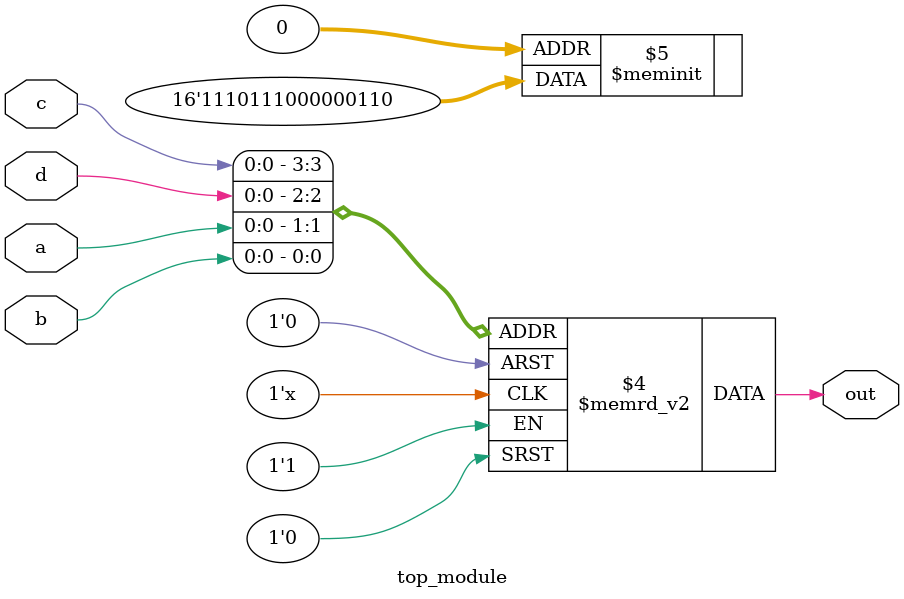
<source format=sv>
module top_module (
    input a, 
    input b,
    input c,
    input d,
    output reg out
);

always @(*) begin
    case ({c,d,a,b})
        // cd=00 and ab=00, d=don't care
        4'b0000: out = 0; // cd=00, ab=00
        4'b0001: out = 1; // cd=00, ab=10
        4'b0010: out = 1; // cd=00, ab=11

        4'b0100: out = 0; // cd=01, ab=00
        4'b0101: out = 0; // cd=01, ab=01
        
        // cd=01, ab=10 and ab=11 are don't cares
        4'b0110: out = 0; // choose 0 for convenience
        4'b0111: out = 0; // choose 0 for convenience

        4'b1100: out = 0; // cd=11, ab=00
        4'b1101: out = 1; // cd=11, ab=01
        4'b1110: out = 1; // cd=11, ab=10
        4'b1111: out = 1; // cd=11, ab=11

        4'b1000: out = 0; // cd=10, ab=00
        4'b1001: out = 1; // cd=10, ab=01
        4'b1010: out = 1; // cd=10, ab=10
        4'b1011: out = 1; // cd=10, ab=11

        default: out = 0;
    endcase
end

endmodule

</source>
